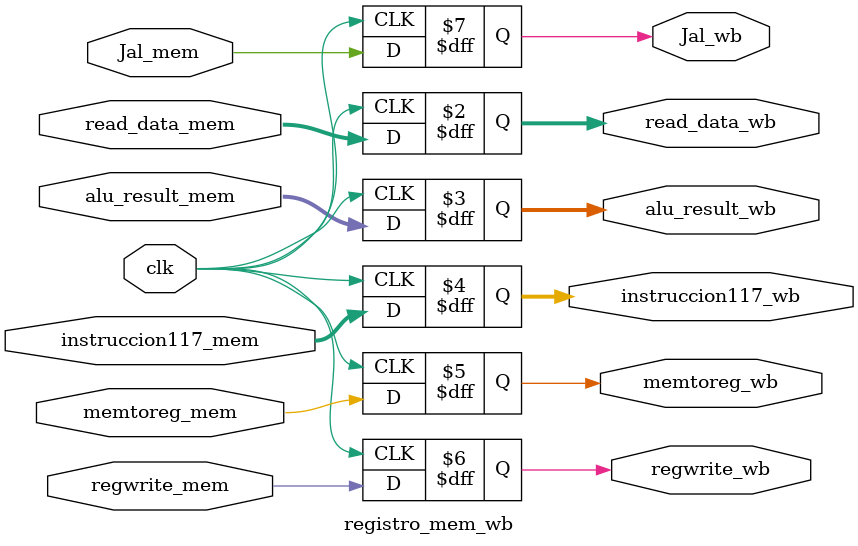
<source format=sv>
module registro_mem_wb (clk,Jal_mem,Jal_wb,alu_result_mem,alu_result_wb,read_data_mem,read_data_wb,instruccion117_mem,instruccion117_wb,memtoreg_mem,memtoreg_wb,regwrite_mem,regwrite_wb);

input clk ;
input [31:0] read_data_mem, alu_result_mem;
input [4:0] instruccion117_mem;
input memtoreg_mem, regwrite_mem, Jal_mem;

output logic [31:0] read_data_wb, alu_result_wb;
output logic [4:0] instruccion117_wb;
output logic memtoreg_wb, regwrite_wb, Jal_wb; 


always @(posedge clk)
	begin
		read_data_wb <= read_data_mem;
		instruccion117_wb <= instruccion117_mem;
		memtoreg_wb <= memtoreg_mem;
		regwrite_wb <= regwrite_mem;
		alu_result_wb <= alu_result_mem;
		Jal_wb <= Jal_mem; 
	end

endmodule 
 
</source>
